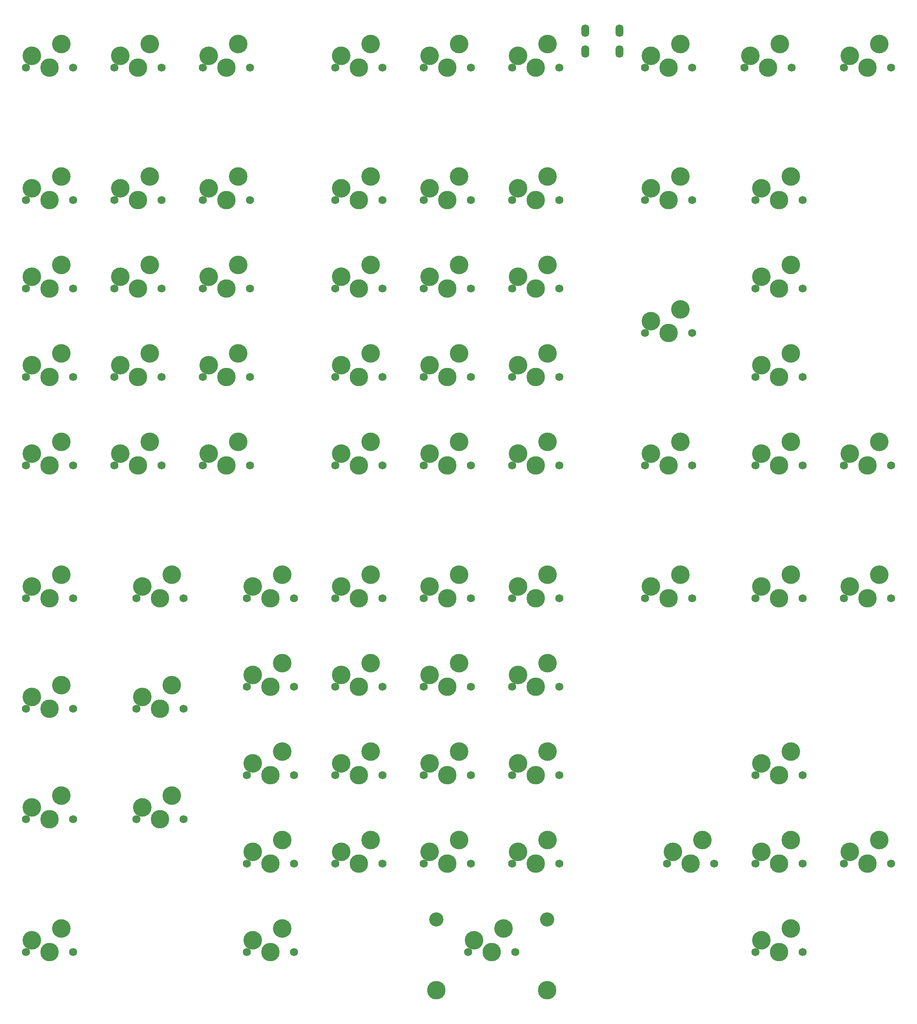
<source format=gbr>
%TF.GenerationSoftware,KiCad,Pcbnew,(6.0.11)*%
%TF.CreationDate,2023-02-04T12:28:33-08:00*%
%TF.ProjectId,MA Command Keyboard changed footprint,4d412043-6f6d-46d6-916e-64204b657962,rev?*%
%TF.SameCoordinates,Original*%
%TF.FileFunction,Soldermask,Top*%
%TF.FilePolarity,Negative*%
%FSLAX46Y46*%
G04 Gerber Fmt 4.6, Leading zero omitted, Abs format (unit mm)*
G04 Created by KiCad (PCBNEW (6.0.11)) date 2023-02-04 12:28:33*
%MOMM*%
%LPD*%
G01*
G04 APERTURE LIST*
%ADD10C,1.750000*%
%ADD11C,3.987800*%
%ADD12C,4.000000*%
%ADD13C,3.048000*%
%ADD14O,1.700000X2.700000*%
G04 APERTURE END LIST*
D10*
%TO.C,MX74*%
X-164811100Y-227037900D03*
D11*
X-169891100Y-227037900D03*
D10*
X-174971100Y-227037900D03*
D12*
X-173701100Y-224497900D03*
X-167351100Y-221957900D03*
%TD*%
D10*
%TO.C,MX73*%
X-164811100Y-246087900D03*
D11*
X-169891100Y-246087900D03*
D10*
X-174971100Y-246087900D03*
D12*
X-173701100Y-243547900D03*
X-167351100Y-241007900D03*
%TD*%
D10*
%TO.C,MX72*%
X-217198600Y-227037900D03*
D11*
X-222278600Y-227037900D03*
D10*
X-227358600Y-227037900D03*
D12*
X-226088600Y-224497900D03*
X-219738600Y-221957900D03*
%TD*%
D10*
%TO.C,MX71*%
X-226723600Y-246087900D03*
D11*
X-231803600Y-246087900D03*
D10*
X-236883600Y-246087900D03*
D12*
X-235613600Y-243547900D03*
X-229263600Y-241007900D03*
%TD*%
D10*
%TO.C,MX70*%
X-236248600Y-227037900D03*
D11*
X-241328600Y-227037900D03*
D10*
X-246408600Y-227037900D03*
D12*
X-245138600Y-224497900D03*
X-238788600Y-221957900D03*
%TD*%
D10*
%TO.C,MX69*%
X-255298600Y-227037900D03*
D11*
X-260378600Y-227037900D03*
D10*
X-265458600Y-227037900D03*
D12*
X-264188600Y-224497900D03*
X-257838600Y-221957900D03*
%TD*%
D10*
%TO.C,MX68*%
X-274348600Y-227037900D03*
D11*
X-279428600Y-227037900D03*
D10*
X-284508600Y-227037900D03*
D12*
X-283238600Y-224497900D03*
X-276888600Y-221957900D03*
%TD*%
D10*
%TO.C,MX67*%
X-274348600Y-246087900D03*
D11*
X-279428600Y-246087900D03*
D10*
X-284508600Y-246087900D03*
D12*
X-283238600Y-243547900D03*
X-276888600Y-241007900D03*
%TD*%
D10*
%TO.C,MX66*%
X-321973600Y-246087900D03*
D11*
X-327053600Y-246087900D03*
D10*
X-332133600Y-246087900D03*
D12*
X-330863600Y-243547900D03*
X-324513600Y-241007900D03*
%TD*%
D10*
%TO.C,MX65*%
X-145761100Y-227037900D03*
D11*
X-150841100Y-227037900D03*
D10*
X-155921100Y-227037900D03*
D12*
X-154651100Y-224497900D03*
X-148301100Y-221957900D03*
%TD*%
D10*
%TO.C,MX64*%
X-164811100Y-207987900D03*
D11*
X-169891100Y-207987900D03*
D10*
X-174971100Y-207987900D03*
D12*
X-173701100Y-205447900D03*
X-167351100Y-202907900D03*
%TD*%
D10*
%TO.C,MX63*%
X-183861100Y-227037900D03*
D11*
X-188941100Y-227037900D03*
D10*
X-194021100Y-227037900D03*
D12*
X-192751100Y-224497900D03*
X-186401100Y-221957900D03*
%TD*%
D10*
%TO.C,MX62*%
X-217198600Y-207987900D03*
D11*
X-222278600Y-207987900D03*
D10*
X-227358600Y-207987900D03*
D12*
X-226088600Y-205447900D03*
X-219738600Y-202907900D03*
%TD*%
D10*
%TO.C,MX61*%
X-236248600Y-207987900D03*
D11*
X-241328600Y-207987900D03*
D10*
X-246408600Y-207987900D03*
D12*
X-245138600Y-205447900D03*
X-238788600Y-202907900D03*
%TD*%
D10*
%TO.C,MX60*%
X-255298600Y-207987900D03*
D11*
X-260378600Y-207987900D03*
D10*
X-265458600Y-207987900D03*
D12*
X-264188600Y-205447900D03*
X-257838600Y-202907900D03*
%TD*%
D10*
%TO.C,MX59*%
X-274348600Y-207987900D03*
D11*
X-279428600Y-207987900D03*
D10*
X-284508600Y-207987900D03*
D12*
X-283238600Y-205447900D03*
X-276888600Y-202907900D03*
%TD*%
D10*
%TO.C,MX58*%
X-298161100Y-217512900D03*
D11*
X-303241100Y-217512900D03*
D10*
X-308321100Y-217512900D03*
D12*
X-307051100Y-214972900D03*
X-300701100Y-212432900D03*
%TD*%
D10*
%TO.C,MX57*%
X-321973600Y-217512900D03*
D11*
X-327053600Y-217512900D03*
D10*
X-332133600Y-217512900D03*
D12*
X-330863600Y-214972900D03*
X-324513600Y-212432900D03*
%TD*%
D10*
%TO.C,MX56*%
X-217198600Y-188937900D03*
D11*
X-222278600Y-188937900D03*
D10*
X-227358600Y-188937900D03*
D12*
X-226088600Y-186397900D03*
X-219738600Y-183857900D03*
%TD*%
D10*
%TO.C,MX55*%
X-236248600Y-188937900D03*
D11*
X-241328600Y-188937900D03*
D10*
X-246408600Y-188937900D03*
D12*
X-245138600Y-186397900D03*
X-238788600Y-183857900D03*
%TD*%
D10*
%TO.C,MX54*%
X-255298600Y-188937900D03*
D11*
X-260378600Y-188937900D03*
D10*
X-265458600Y-188937900D03*
D12*
X-264188600Y-186397900D03*
X-257838600Y-183857900D03*
%TD*%
D10*
%TO.C,MX53*%
X-274348600Y-188937900D03*
D11*
X-279428600Y-188937900D03*
D10*
X-284508600Y-188937900D03*
D12*
X-283238600Y-186397900D03*
X-276888600Y-183857900D03*
%TD*%
D10*
%TO.C,MX52*%
X-298161100Y-193700400D03*
D11*
X-303241100Y-193700400D03*
D10*
X-308321100Y-193700400D03*
D12*
X-307051100Y-191160400D03*
X-300701100Y-188620400D03*
%TD*%
D10*
%TO.C,MX51*%
X-321973600Y-193700400D03*
D11*
X-327053600Y-193700400D03*
D10*
X-332133600Y-193700400D03*
D12*
X-330863600Y-191160400D03*
X-324513600Y-188620400D03*
%TD*%
D10*
%TO.C,MX50*%
X-145761100Y-169887900D03*
D11*
X-150841100Y-169887900D03*
D10*
X-155921100Y-169887900D03*
D12*
X-154651100Y-167347900D03*
X-148301100Y-164807900D03*
%TD*%
D10*
%TO.C,MX49*%
X-164811100Y-169887900D03*
D11*
X-169891100Y-169887900D03*
D10*
X-174971100Y-169887900D03*
D12*
X-173701100Y-167347900D03*
X-167351100Y-164807900D03*
%TD*%
D10*
%TO.C,MX48*%
X-188623600Y-169887900D03*
D11*
X-193703600Y-169887900D03*
D10*
X-198783600Y-169887900D03*
D12*
X-197513600Y-167347900D03*
X-191163600Y-164807900D03*
%TD*%
D10*
%TO.C,MX47*%
X-217198600Y-169887900D03*
D11*
X-222278600Y-169887900D03*
D10*
X-227358600Y-169887900D03*
D12*
X-226088600Y-167347900D03*
X-219738600Y-164807900D03*
%TD*%
D10*
%TO.C,MX46*%
X-236248600Y-169887900D03*
D11*
X-241328600Y-169887900D03*
D10*
X-246408600Y-169887900D03*
D12*
X-245138600Y-167347900D03*
X-238788600Y-164807900D03*
%TD*%
D10*
%TO.C,MX45*%
X-255298600Y-169887900D03*
D11*
X-260378600Y-169887900D03*
D10*
X-265458600Y-169887900D03*
D12*
X-264188600Y-167347900D03*
X-257838600Y-164807900D03*
%TD*%
D10*
%TO.C,MX44*%
X-274348600Y-169887900D03*
D11*
X-279428600Y-169887900D03*
D10*
X-284508600Y-169887900D03*
D12*
X-283238600Y-167347900D03*
X-276888600Y-164807900D03*
%TD*%
D10*
%TO.C,MX43*%
X-298161100Y-169887900D03*
D11*
X-303241100Y-169887900D03*
D10*
X-308321100Y-169887900D03*
D12*
X-307051100Y-167347900D03*
X-300701100Y-164807900D03*
%TD*%
D10*
%TO.C,MX42*%
X-321973600Y-169887900D03*
D11*
X-327053600Y-169887900D03*
D10*
X-332133600Y-169887900D03*
D12*
X-330863600Y-167347900D03*
X-324513600Y-164807900D03*
%TD*%
D10*
%TO.C,MX41*%
X-145761100Y-141312900D03*
D11*
X-150841100Y-141312900D03*
D10*
X-155921100Y-141312900D03*
D12*
X-154651100Y-138772900D03*
X-148301100Y-136232900D03*
%TD*%
D10*
%TO.C,MX40*%
X-164811100Y-141312900D03*
D11*
X-169891100Y-141312900D03*
D10*
X-174971100Y-141312900D03*
D12*
X-173701100Y-138772900D03*
X-167351100Y-136232900D03*
%TD*%
D10*
%TO.C,MX39*%
X-188623600Y-141312900D03*
D11*
X-193703600Y-141312900D03*
D10*
X-198783600Y-141312900D03*
D12*
X-197513600Y-138772900D03*
X-191163600Y-136232900D03*
%TD*%
D10*
%TO.C,MX38*%
X-217198600Y-141312900D03*
D11*
X-222278600Y-141312900D03*
D10*
X-227358600Y-141312900D03*
D12*
X-226088600Y-138772900D03*
X-219738600Y-136232900D03*
%TD*%
D10*
%TO.C,MX37*%
X-236248600Y-141312900D03*
D11*
X-241328600Y-141312900D03*
D10*
X-246408600Y-141312900D03*
D12*
X-245138600Y-138772900D03*
X-238788600Y-136232900D03*
%TD*%
D10*
%TO.C,MX36*%
X-255298600Y-141312900D03*
D11*
X-260378600Y-141312900D03*
D10*
X-265458600Y-141312900D03*
D12*
X-264188600Y-138772900D03*
X-257838600Y-136232900D03*
%TD*%
D10*
%TO.C,MX35*%
X-283873600Y-141312900D03*
D11*
X-288953600Y-141312900D03*
D10*
X-294033600Y-141312900D03*
D12*
X-292763600Y-138772900D03*
X-286413600Y-136232900D03*
%TD*%
D10*
%TO.C,MX34*%
X-302923600Y-141312900D03*
D11*
X-308003600Y-141312900D03*
D10*
X-313083600Y-141312900D03*
D12*
X-311813600Y-138772900D03*
X-305463600Y-136232900D03*
%TD*%
D10*
%TO.C,MX33*%
X-321973600Y-141312900D03*
D11*
X-327053600Y-141312900D03*
D10*
X-332133600Y-141312900D03*
D12*
X-330863600Y-138772900D03*
X-324513600Y-136232900D03*
%TD*%
D10*
%TO.C,MX32*%
X-164811100Y-122262900D03*
D11*
X-169891100Y-122262900D03*
D10*
X-174971100Y-122262900D03*
D12*
X-173701100Y-119722900D03*
X-167351100Y-117182900D03*
%TD*%
D10*
%TO.C,MX31*%
X-188623600Y-112737900D03*
D11*
X-193703600Y-112737900D03*
D10*
X-198783600Y-112737900D03*
D12*
X-197513600Y-110197900D03*
X-191163600Y-107657900D03*
%TD*%
D10*
%TO.C,MX30*%
X-217198600Y-122262900D03*
D11*
X-222278600Y-122262900D03*
D10*
X-227358600Y-122262900D03*
D12*
X-226088600Y-119722900D03*
X-219738600Y-117182900D03*
%TD*%
D10*
%TO.C,MX29*%
X-236248600Y-122262900D03*
D11*
X-241328600Y-122262900D03*
D10*
X-246408600Y-122262900D03*
D12*
X-245138600Y-119722900D03*
X-238788600Y-117182900D03*
%TD*%
D10*
%TO.C,MX28*%
X-255298600Y-122262900D03*
D11*
X-260378600Y-122262900D03*
D10*
X-265458600Y-122262900D03*
D12*
X-264188600Y-119722900D03*
X-257838600Y-117182900D03*
%TD*%
D10*
%TO.C,MX27*%
X-283873600Y-122262900D03*
D11*
X-288953600Y-122262900D03*
D10*
X-294033600Y-122262900D03*
D12*
X-292763600Y-119722900D03*
X-286413600Y-117182900D03*
%TD*%
D10*
%TO.C,MX26*%
X-302923600Y-122262900D03*
D11*
X-308003600Y-122262900D03*
D10*
X-313083600Y-122262900D03*
D12*
X-311813600Y-119722900D03*
X-305463600Y-117182900D03*
%TD*%
D10*
%TO.C,MX25*%
X-321973600Y-122262900D03*
D11*
X-327053600Y-122262900D03*
D10*
X-332133600Y-122262900D03*
D12*
X-330863600Y-119722900D03*
X-324513600Y-117182900D03*
%TD*%
D10*
%TO.C,MX24*%
X-164811100Y-103212900D03*
D11*
X-169891100Y-103212900D03*
D10*
X-174971100Y-103212900D03*
D12*
X-173701100Y-100672900D03*
X-167351100Y-98132900D03*
%TD*%
D10*
%TO.C,MX23*%
X-217198600Y-103212900D03*
D11*
X-222278600Y-103212900D03*
D10*
X-227358600Y-103212900D03*
D12*
X-226088600Y-100672900D03*
X-219738600Y-98132900D03*
%TD*%
D10*
%TO.C,MX22*%
X-236248600Y-103212900D03*
D11*
X-241328600Y-103212900D03*
D10*
X-246408600Y-103212900D03*
D12*
X-245138600Y-100672900D03*
X-238788600Y-98132900D03*
%TD*%
D10*
%TO.C,MX21*%
X-255298600Y-103212900D03*
D11*
X-260378600Y-103212900D03*
D10*
X-265458600Y-103212900D03*
D12*
X-264188600Y-100672900D03*
X-257838600Y-98132900D03*
%TD*%
D10*
%TO.C,MX20*%
X-283873600Y-103212900D03*
D11*
X-288953600Y-103212900D03*
D10*
X-294033600Y-103212900D03*
D12*
X-292763600Y-100672900D03*
X-286413600Y-98132900D03*
%TD*%
D10*
%TO.C,MX19*%
X-302923600Y-103212900D03*
D11*
X-308003600Y-103212900D03*
D10*
X-313083600Y-103212900D03*
D12*
X-311813600Y-100672900D03*
X-305463600Y-98132900D03*
%TD*%
D10*
%TO.C,MX18*%
X-321973600Y-103212900D03*
D11*
X-327053600Y-103212900D03*
D10*
X-332133600Y-103212900D03*
D12*
X-330863600Y-100672900D03*
X-324513600Y-98132900D03*
%TD*%
D10*
%TO.C,MX17*%
X-164811100Y-84162900D03*
D11*
X-169891100Y-84162900D03*
D10*
X-174971100Y-84162900D03*
D12*
X-173701100Y-81622900D03*
X-167351100Y-79082900D03*
%TD*%
D10*
%TO.C,MX16*%
X-188623600Y-84162900D03*
D11*
X-193703600Y-84162900D03*
D10*
X-198783600Y-84162900D03*
D12*
X-197513600Y-81622900D03*
X-191163600Y-79082900D03*
%TD*%
D10*
%TO.C,MX15*%
X-217198600Y-84162900D03*
D11*
X-222278600Y-84162900D03*
D10*
X-227358600Y-84162900D03*
D12*
X-226088600Y-81622900D03*
X-219738600Y-79082900D03*
%TD*%
D10*
%TO.C,MX14*%
X-236248600Y-84162900D03*
D11*
X-241328600Y-84162900D03*
D10*
X-246408600Y-84162900D03*
D12*
X-245138600Y-81622900D03*
X-238788600Y-79082900D03*
%TD*%
D10*
%TO.C,MX13*%
X-255298600Y-84162900D03*
D11*
X-260378600Y-84162900D03*
D10*
X-265458600Y-84162900D03*
D12*
X-264188600Y-81622900D03*
X-257838600Y-79082900D03*
%TD*%
D10*
%TO.C,MX12*%
X-283873600Y-84162900D03*
D11*
X-288953600Y-84162900D03*
D10*
X-294033600Y-84162900D03*
D12*
X-292763600Y-81622900D03*
X-286413600Y-79082900D03*
%TD*%
D10*
%TO.C,MX11*%
X-302923600Y-84162900D03*
D11*
X-308003600Y-84162900D03*
D10*
X-313083600Y-84162900D03*
D12*
X-311813600Y-81622900D03*
X-305463600Y-79082900D03*
%TD*%
D10*
%TO.C,MX10*%
X-321973600Y-84162900D03*
D11*
X-327053600Y-84162900D03*
D10*
X-332133600Y-84162900D03*
D12*
X-330863600Y-81622900D03*
X-324513600Y-79082900D03*
%TD*%
D10*
%TO.C,MX9*%
X-145761100Y-55587900D03*
D11*
X-150841100Y-55587900D03*
D10*
X-155921100Y-55587900D03*
D12*
X-154651100Y-53047900D03*
X-148301100Y-50507900D03*
%TD*%
D10*
%TO.C,MX8*%
X-167192350Y-55587900D03*
D11*
X-172272350Y-55587900D03*
D10*
X-177352350Y-55587900D03*
D12*
X-176082350Y-53047900D03*
X-169732350Y-50507900D03*
%TD*%
D10*
%TO.C,MX7*%
X-188623600Y-55587900D03*
D11*
X-193703600Y-55587900D03*
D10*
X-198783600Y-55587900D03*
D12*
X-197513600Y-53047900D03*
X-191163600Y-50507900D03*
%TD*%
D10*
%TO.C,MX6*%
X-217198600Y-55587900D03*
D11*
X-222278600Y-55587900D03*
D10*
X-227358600Y-55587900D03*
D12*
X-226088600Y-53047900D03*
X-219738600Y-50507900D03*
%TD*%
D10*
%TO.C,MX5*%
X-236248600Y-55587900D03*
D11*
X-241328600Y-55587900D03*
D10*
X-246408600Y-55587900D03*
D12*
X-245138600Y-53047900D03*
X-238788600Y-50507900D03*
%TD*%
D10*
%TO.C,MX4*%
X-255298600Y-55587900D03*
D11*
X-260378600Y-55587900D03*
D10*
X-265458600Y-55587900D03*
D12*
X-264188600Y-53047900D03*
X-257838600Y-50507900D03*
%TD*%
D10*
%TO.C,MX3*%
X-283873600Y-55587900D03*
D11*
X-288953600Y-55587900D03*
D10*
X-294033600Y-55587900D03*
D12*
X-292763600Y-53047900D03*
X-286413600Y-50507900D03*
%TD*%
D10*
%TO.C,MX2*%
X-302923600Y-55587900D03*
D11*
X-308003600Y-55587900D03*
D10*
X-313083600Y-55587900D03*
D12*
X-311813600Y-53047900D03*
X-305463600Y-50507900D03*
%TD*%
D10*
%TO.C,MX1*%
X-321973600Y-55587900D03*
D11*
X-327053600Y-55587900D03*
D10*
X-332133600Y-55587900D03*
D12*
X-330863600Y-53047900D03*
X-324513600Y-50507900D03*
%TD*%
D11*
%TO.C,S71*%
X-243709850Y-254342900D03*
D13*
X-219897350Y-239102900D03*
D11*
X-219897350Y-254342900D03*
D13*
X-243709850Y-239102900D03*
%TD*%
D14*
%TO.C,USB1*%
X-204312500Y-47625000D03*
X-211612500Y-52125000D03*
X-211612500Y-47625000D03*
X-204312500Y-52125000D03*
%TD*%
M02*

</source>
